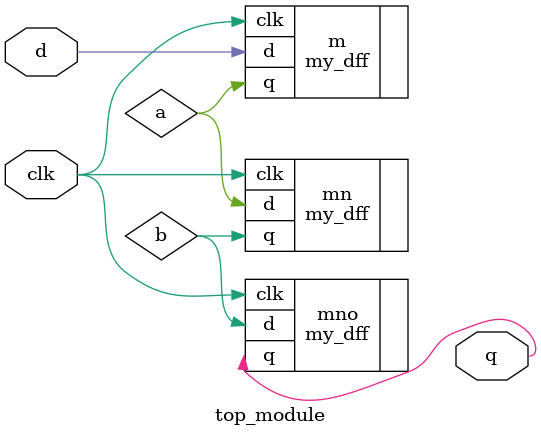
<source format=v>
module top_module ( input clk, input d, output q );
    wire a,b;
    
    my_dff m(.clk(clk), .d(d), .q(a));
    my_dff mn(.clk(clk), .d(a), .q(b));
    my_dff mno(.clk(clk), .d(b), .q(q));
    

endmodule
</source>
